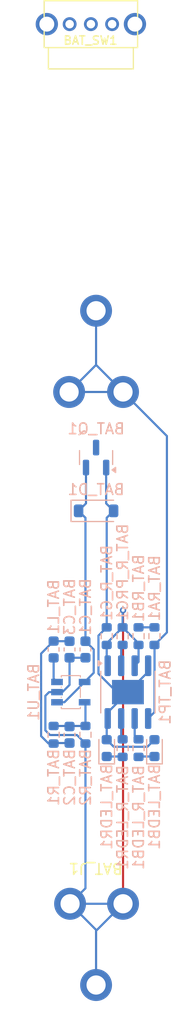
<source format=kicad_pcb>
(kicad_pcb (version 20241229) (generator "pcbnew") (generator_version "9.0")
  (layers (0 "F.Cu" signal) (2 "B.Cu" signal) (13 "F.Paste" user) (15 "B.Paste" user) (5 "F.SilkS" user "F.Silkscreen") (7 "B.SilkS" user "B.Silkscreen") (1 "F.Mask" user) (3 "B.Mask" user) (25 "Edge.Cuts" user))
  (net 0 "")
  (net 1 "VBAT")
  (net 2 "GND")
  (net 3 "VCC")
  (net 4 "VBUS")
  (net 5 "Net-(BAT_Q1-D)")
  (net 6 "ADC_BT")
  (net 7 "Net-(BAT_LEDB1-K)")
  (net 8 "Net-(BAT_LEDR1-K)")
  (net 9 "Net-(BAT_TP1-~{STDBY})")
  (net 10 "Net-(BAT_TP1-~{CHRG})")
  (net 11 "Net-(BAT_TP1-PROG)")
  (net 13 "VIN")
  (net 14 "Net-(BAT_U1-FB)")
  (net 15 "Net-(BAT_U1-LX)")
  (footprint "ErgoCai.pretty:SK12D07VG4" (layer "F.Cu") (at -0.49 -58.65)
    (property "Reference" "BAT_SW1" (at -0.04 1.53 0) (layer "F.SilkS") (effects (font (size 0.787402 0.787402))))
    (property "Value" "~")
    (fp_line (start -4.4 -2.2) (end 4.4 -2.2) (stroke (width 0.127)) (layer "F.SilkS"))
    (fp_line (start -4.4 2.2) (end -4.4 -2.2) (stroke (width 0.127)) (layer "F.SilkS"))
    (fp_line (start -4 2.2) (end -4.4 2.2) (stroke (width 0.127)) (layer "F.SilkS"))
    (fp_line (start -4 2.2) (end -4 4.2) (stroke (width 0.127)) (layer "F.SilkS"))
    (fp_line (start -4 4.2) (end 4 4.2) (stroke (width 0.127)) (layer "F.SilkS"))
    (fp_line (start 4 2.2) (end -4 2.2) (stroke (width 0.127)) (layer "F.SilkS"))
    (fp_line (start 4 4.2) (end 4 2.2) (stroke (width 0.127)) (layer "F.SilkS"))
    (fp_line (start 4.4 -2.2) (end 4.4 2.2) (stroke (width 0.127)) (layer "F.SilkS"))
    (fp_line (start 4.4 2.2) (end 4 2.2) (stroke (width 0.127)) (layer "F.SilkS"))
    (pad "1" thru_hole circle (at -2 0) (size 1.308 1.308) (drill 0.8) (layers "*.Cu" "*.Mask") (net 5 "Net-(BAT_Q1-D)"))
    (pad "2" thru_hole circle (at 2 0) (size 1.308 1.308) (drill 0.8) (layers "*.Cu" "*.Mask"))
    (pad "COM" thru_hole circle (at 0 0) (size 1.308 1.308) (drill 0.8) (layers "*.Cu" "*.Mask") (net 1 "VBAT"))
    (pad "M1" thru_hole circle (at -4.15 0) (size 2.1 2.1) (drill 1.4) (layers "*.Cu" "*.Mask"))
    (pad "M2" thru_hole circle (at 4.15 0) (size 2.1 2.1) (drill 1.4) (layers "*.Cu" "*.Mask"))
  )
  (footprint "ErgoCai.pretty:Battery_Holder_18650_Nickel" (layer "F.Cu") (at 0 -0.15)
    (property "Reference" "BAT_J1" (at -0.04 20.69 180) (layer "F.SilkS"))
    (property "Value" "BATT")
    (pad "1" thru_hole circle (at -2.54 -24) (size 3 3) (drill 1.8) (layers "*.Cu" "*.Mask") (net 1 "VBAT"))
    (pad "1" thru_hole circle (at 0 -31.62) (size 3 3) (drill 1.8) (layers "*.Cu" "*.Mask") (net 1 "VBAT"))
    (pad "1" thru_hole circle (at 2.54 -24) (size 3 3) (drill 1.8) (layers "*.Cu" "*.Mask") (net 1 "VBAT"))
    (pad "2" thru_hole circle (at -2.45 24) (size 3 3) (drill 1.8) (layers "*.Cu" "*.Mask") (net 2 "GND"))
    (pad "2" thru_hole circle (at 0 31.62) (size 3 3) (drill 1.8) (layers "*.Cu" "*.Mask") (net 2 "GND"))
    (pad "2" thru_hole circle (at 2.54 24) (size 3 3) (drill 1.8) (layers "*.Cu" "*.Mask") (net 2 "GND"))
  )
  (footprint "ErgoCai.pretty:SOT-23-5_L3.0-W1.7-P0.95-LS2.8-BR" (layer "B.Cu") (at -2.38 4 180)
    (property "Reference" "BAT_U1" (at 3.5 0 90) (layer "B.SilkS") (effects (justify mirror)))
    (property "Value" "SY8088AAC")
    (fp_line (start 0.9 1.55) (end 0.9 1.4) (stroke (width 0.1)) (layer "B.SilkS"))
    (fp_line (start 0.9 0.49) (end 0.9 0.45) (stroke (width 0.1)) (layer "B.SilkS"))
    (fp_line (start 0.9 -0.46) (end 0.9 -0.5) (stroke (width 0.1)) (layer "B.SilkS"))
    (fp_line (start 0.9 -1.41) (end 0.9 -1.55) (stroke (width 0.1)) (layer "B.SilkS"))
    (fp_line (start -0.9 1.55) (end 0.9 1.55) (stroke (width 0.1)) (layer "B.SilkS"))
    (fp_line (start -0.9 1.55) (end -0.9 1.4) (stroke (width 0.1)) (layer "B.SilkS"))
    (fp_line (start -0.9 0.49) (end -0.9 -0.5) (stroke (width 0.1)) (layer "B.SilkS"))
    (fp_line (start -0.9 -1.41) (end -0.9 -1.55) (stroke (width 0.1)) (layer "B.SilkS"))
    (fp_line (start -0.9 -1.55) (end 0.9 -1.55) (stroke (width 0.1)) (layer "B.SilkS"))
    (pad "1" smd rect (at 1.3 -0.95 180) (size 1.1 0.6) (layers "B.Cu" "B.Mask" "B.Paste") (net 13 "VIN"))
    (pad "2" smd rect (at 1.3 0 180) (size 1.1 0.6) (layers "B.Cu" "B.Mask" "B.Paste") (net 2 "GND"))
    (pad "3" smd rect (at 1.3 0.95 180) (size 1.1 0.6) (layers "B.Cu" "B.Mask" "B.Paste") (net 15 "Net-(BAT_U1-LX)"))
    (pad "4" smd rect (at -1.3 0.95 180) (size 1.1 0.6) (layers "B.Cu" "B.Mask" "B.Paste") (net 13 "VIN"))
    (pad "5" smd rect (at -1.3 -0.95 180) (size 1.1 0.6) (layers "B.Cu" "B.Mask" "B.Paste") (net 14 "Net-(BAT_U1-FB)"))
  )
  (footprint "ErgoCai.pretty:L_0603_1608Metric" (layer "B.Cu") (at -4 0 90)
    (property "Reference" "BAT_L1" (at 4 0 90) (layer "B.SilkS") (effects (justify mirror)))
    (property "Value" "2.2µH")
    (fp_line (start -0.162779 -0.51) (end 0.162779 -0.51) (stroke (width 0.12)) (layer "B.SilkS"))
    (fp_line (start -0.162779 0.51) (end 0.162779 0.51) (stroke (width 0.12)) (layer "B.SilkS"))
    (pad "1" smd roundrect (at -0.7875 0 90) (size 0.875 0.95) (layers "B.Cu" "B.Mask" "B.Paste") (net 15 "Net-(BAT_U1-LX)"))
    (pad "2" smd roundrect (at 0.7875 0 90) (size 0.875 0.95) (layers "B.Cu" "B.Mask" "B.Paste") (net 3 "VCC"))
  )
  (footprint "ErgoCai.pretty:R_0603_1608Metric" (layer "B.Cu") (at -1 8 -90)
    (property "Reference" "BAT_R2" (at 4 0 90) (layer "B.SilkS") (effects (justify mirror)))
    (property "Value" "100K")
    (fp_line (start -0.237258 0.5225) (end 0.237258 0.5225) (stroke (width 0.12)) (layer "B.SilkS"))
    (fp_line (start -0.237258 -0.5225) (end 0.237258 -0.5225) (stroke (width 0.12)) (layer "B.SilkS"))
    (pad "1" smd roundrect (at -0.825 0 270) (size 0.8 0.95) (layers "B.Cu" "B.Mask" "B.Paste") (net 14 "Net-(BAT_U1-FB)"))
    (pad "2" smd roundrect (at 0.825 0 270) (size 0.8 0.95) (layers "B.Cu" "B.Mask" "B.Paste") (net 2 "GND"))
  )
  (footprint "ErgoCai.pretty:R_0603_1608Metric" (layer "B.Cu") (at 1 -1.25 -90)
    (property "Reference" "BAT_R_G1" (at -5 0 90) (layer "B.SilkS") (effects (justify mirror)))
    (property "Value" "100k")
    (fp_line (start -0.237258 0.5225) (end 0.237258 0.5225) (stroke (width 0.12)) (layer "B.SilkS"))
    (fp_line (start -0.237258 -0.5225) (end 0.237258 -0.5225) (stroke (width 0.12)) (layer "B.SilkS"))
    (pad "1" smd roundrect (at -0.825 0 270) (size 0.8 0.95) (layers "B.Cu" "B.Mask" "B.Paste") (net 4 "VBUS"))
    (pad "2" smd roundrect (at 0.825 0 270) (size 0.8 0.95) (layers "B.Cu" "B.Mask" "B.Paste") (net 2 "GND"))
  )
  (footprint "ErgoCai.pretty:SOT-23" (layer "B.Cu") (at 0 -18 90)
    (property "Reference" "BAT_Q1" (at 2.7 0 0) (layer "B.SilkS") (effects (justify mirror)))
    (property "Value" "AO3401A")
    (fp_line (start 0 -1.56) (end 0.65 -1.56) (stroke (width 0.12)) (layer "B.SilkS"))
    (fp_line (start 0 -1.56) (end -0.65 -1.56) (stroke (width 0.12)) (layer "B.SilkS"))
    (fp_line (start 0 1.56) (end 0.65 1.56) (stroke (width 0.12)) (layer "B.SilkS"))
    (fp_line (start 0 1.56) (end -0.65 1.56) (stroke (width 0.12)) (layer "B.SilkS"))
    (fp_poly (pts (xy -1.1625 1.51) (xy -1.4025 1.84) (xy -0.9225 1.84) (xy -1.1625 1.51)) (stroke (width 0.12)) (fill yes) (layer "B.SilkS"))
    (pad "1" smd roundrect (at -0.9375 0.95 90) (size 1.475 0.6) (layers "B.Cu" "B.Mask" "B.Paste") (net 4 "VBUS"))
    (pad "2" smd roundrect (at -0.9375 -0.95 90) (size 1.475 0.6) (layers "B.Cu" "B.Mask" "B.Paste") (net 13 "VIN"))
    (pad "3" smd roundrect (at 0.9375 0 90) (size 1.475 0.6) (layers "B.Cu" "B.Mask" "B.Paste") (net 5 "Net-(BAT_Q1-D)"))
  )
  (footprint "ErgoCai.pretty:R_0603_1608Metric" (layer "B.Cu") (at 2.5 -1.25 90)
    (property "Reference" "BAT_R_PRG1" (at 6 0 90) (layer "B.SilkS") (effects (justify mirror)))
    (property "Value" "1.2K")
    (fp_line (start -0.237258 -0.5225) (end 0.237258 -0.5225) (stroke (width 0.12)) (layer "B.SilkS"))
    (fp_line (start -0.237258 0.5225) (end 0.237258 0.5225) (stroke (width 0.12)) (layer "B.SilkS"))
    (pad "1" smd roundrect (at -0.825 0 90) (size 0.8 0.95) (layers "B.Cu" "B.Mask" "B.Paste") (net 11 "Net-(BAT_TP1-PROG)"))
    (pad "2" smd roundrect (at 0.825 0 90) (size 0.8 0.95) (layers "B.Cu" "B.Mask" "B.Paste") (net 2 "GND"))
  )
  (footprint "ErgoCai.pretty:R_0603_1608Metric" (layer "B.Cu") (at 4 9.25 90)
    (property "Reference" "BAT_R_LEDB1" (at -6.5 0 90) (layer "B.SilkS") (effects (justify mirror)))
    (property "Value" "1K")
    (fp_line (start -0.237258 -0.5225) (end 0.237258 -0.5225) (stroke (width 0.12)) (layer "B.SilkS"))
    (fp_line (start -0.237258 0.5225) (end 0.237258 0.5225) (stroke (width 0.12)) (layer "B.SilkS"))
    (pad "1" smd roundrect (at -0.825 0 90) (size 0.8 0.95) (layers "B.Cu" "B.Mask" "B.Paste") (net 7 "Net-(BAT_LEDB1-K)"))
    (pad "2" smd roundrect (at 0.825 0 90) (size 0.8 0.95) (layers "B.Cu" "B.Mask" "B.Paste") (net 9 "Net-(BAT_TP1-~{STDBY})"))
  )
  (footprint "ErgoCai.pretty:C_0603_1608Metric" (layer "B.Cu") (at -2.5 8 90)
    (property "Reference" "BAT_C2" (at -4 0 90) (layer "B.SilkS") (effects (justify mirror)))
    (property "Value" "10uF")
    (fp_line (start -0.14058 -0.51) (end 0.14058 -0.51) (stroke (width 0.12)) (layer "B.SilkS"))
    (fp_line (start -0.14058 0.51) (end 0.14058 0.51) (stroke (width 0.12)) (layer "B.SilkS"))
    (pad "1" smd roundrect (at -0.775 0 90) (size 0.9 0.95) (layers "B.Cu" "B.Mask" "B.Paste") (net 3 "VCC"))
    (pad "2" smd roundrect (at 0.775 0 90) (size 0.9 0.95) (layers "B.Cu" "B.Mask" "B.Paste") (net 14 "Net-(BAT_U1-FB)"))
  )
  (footprint "ErgoCai.pretty:R_0603_1608Metric" (layer "B.Cu") (at 5.5 -1.25 90)
    (property "Reference" "BAT_RA1" (at 4.5 0 90) (layer "B.SilkS") (effects (justify mirror)))
    (property "Value" "810K")
    (fp_line (start -0.237258 -0.5225) (end 0.237258 -0.5225) (stroke (width 0.12)) (layer "B.SilkS"))
    (fp_line (start -0.237258 0.5225) (end 0.237258 0.5225) (stroke (width 0.12)) (layer "B.SilkS"))
    (pad "1" smd roundrect (at -0.825 0 90) (size 0.8 0.95) (layers "B.Cu" "B.Mask" "B.Paste") (net 1 "VBAT"))
    (pad "2" smd roundrect (at 0.825 0 90) (size 0.8 0.95) (layers "B.Cu" "B.Mask" "B.Paste") (net 6 "ADC_BT"))
  )
  (footprint "ErgoCai.pretty:D_SOD-123" (layer "B.Cu") (at 0 -13)
    (property "Reference" "BAT_D1" (at 0 -2 0) (layer "B.SilkS") (effects (justify mirror)))
    (property "Value" "1N5819")
    (fp_line (start -2.36 -1) (end 1.65 -1) (stroke (width 0.12)) (layer "B.SilkS"))
    (fp_line (start -2.36 1) (end -2.36 -1) (stroke (width 0.12)) (layer "B.SilkS"))
    (fp_line (start -2.36 1) (end 1.65 1) (stroke (width 0.12)) (layer "B.SilkS"))
    (pad "1" smd roundrect (at -1.65 0) (size 0.9 1.2) (layers "B.Cu" "B.Mask" "B.Paste") (net 13 "VIN"))
    (pad "2" smd roundrect (at 1.65 0) (size 0.9 1.2) (layers "B.Cu" "B.Mask" "B.Paste") (net 4 "VBUS"))
  )
  (footprint "ErgoCai.pretty:R_0603_1608Metric" (layer "B.Cu") (at 2.5 9.25 90)
    (property "Reference" "BAT_R_LEDR1" (at -6.5 0 90) (layer "B.SilkS") (effects (justify mirror)))
    (property "Value" "1K" (hide yes))
    (fp_line (start -0.237258 -0.5225) (end 0.237258 -0.5225) (stroke (width 0.12)) (layer "B.SilkS"))
    (fp_line (start -0.237258 0.5225) (end 0.237258 0.5225) (stroke (width 0.12)) (layer "B.SilkS"))
    (pad "1" smd roundrect (at -0.825 0 90) (size 0.8 0.95) (layers "B.Cu" "B.Mask" "B.Paste") (net 8 "Net-(BAT_LEDR1-K)"))
    (pad "2" smd roundrect (at 0.825 0 90) (size 0.8 0.95) (layers "B.Cu" "B.Mask" "B.Paste") (net 10 "Net-(BAT_TP1-~{CHRG})"))
  )
  (footprint "ErgoCai.pretty:R_0603_1608Metric" (layer "B.Cu") (at -4 8 90)
    (property "Reference" "BAT_R1" (at -4 0 90) (layer "B.SilkS") (effects (justify mirror)))
    (property "Value" "450K")
    (fp_line (start -0.237258 -0.5225) (end 0.237258 -0.5225) (stroke (width 0.12)) (layer "B.SilkS"))
    (fp_line (start -0.237258 0.5225) (end 0.237258 0.5225) (stroke (width 0.12)) (layer "B.SilkS"))
    (pad "1" smd roundrect (at -0.825 0 90) (size 0.8 0.95) (layers "B.Cu" "B.Mask" "B.Paste") (net 3 "VCC"))
    (pad "2" smd roundrect (at 0.825 0 90) (size 0.8 0.95) (layers "B.Cu" "B.Mask" "B.Paste") (net 14 "Net-(BAT_U1-FB)"))
  )
  (footprint "ErgoCai.pretty:LED_0603_1608Metric" (layer "B.Cu") (at 5.5 9.25 90)
    (property "Reference" "BAT_LEDB1" (at -5.5 0 90) (layer "B.SilkS") (effects (justify mirror)))
    (property "Value" "BLUE" (hide yes))
    (fp_line (start -1.485 -0.735) (end 0.8 -0.735) (stroke (width 0.12)) (layer "B.SilkS"))
    (fp_line (start 0.8 0.735) (end -1.485 0.735) (stroke (width 0.12)) (layer "B.SilkS"))
    (fp_line (start -1.485 0.735) (end -1.485 -0.735) (stroke (width 0.12)) (layer "B.SilkS"))
    (pad "1" smd roundrect (at -0.7875 0 90) (size 0.875 0.95) (layers "B.Cu" "B.Mask" "B.Paste") (net 7 "Net-(BAT_LEDB1-K)"))
    (pad "2" smd roundrect (at 0.7875 0 90) (size 0.875 0.95) (layers "B.Cu" "B.Mask" "B.Paste") (net 4 "VBUS"))
  )
  (footprint "ErgoCai.pretty:C_0603_1608Metric" (layer "B.Cu") (at -2.5 0 -90)
    (property "Reference" "BAT_C3" (at -4 0 90) (layer "B.SilkS") (effects (justify mirror)))
    (property "Value" "22uF")
    (fp_line (start -0.14058 0.51) (end 0.14058 0.51) (stroke (width 0.12)) (layer "B.SilkS"))
    (fp_line (start -0.14058 -0.51) (end 0.14058 -0.51) (stroke (width 0.12)) (layer "B.SilkS"))
    (pad "1" smd roundrect (at -0.775 0 270) (size 0.9 0.95) (layers "B.Cu" "B.Mask" "B.Paste") (net 3 "VCC"))
    (pad "2" smd roundrect (at 0.775 0 270) (size 0.9 0.95) (layers "B.Cu" "B.Mask" "B.Paste") (net 2 "GND"))
  )
  (footprint "ErgoCai.pretty:SOIC-8-1EP_3.9x4.9mm_P1.27mm_EP2.29x3mm" (layer "B.Cu") (at 3 4 -90)
    (property "Reference" "BAT_TP1" (at 0 -3.5 90) (layer "B.SilkS") (effects (justify mirror)))
    (property "Value" "TP4056")
    (fp_line (start 0 2.56) (end -1.95 2.56) (stroke (width 0.12)) (layer "B.SilkS"))
    (fp_line (start 0 2.56) (end 1.95 2.56) (stroke (width 0.12)) (layer "B.SilkS"))
    (fp_line (start 0 -2.56) (end -1.95 -2.56) (stroke (width 0.12)) (layer "B.SilkS"))
    (fp_line (start 0 -2.56) (end 1.95 -2.56) (stroke (width 0.12)) (layer "B.SilkS"))
    (fp_poly (pts (xy -2.7 2.465) (xy -2.94 2.795) (xy -2.46 2.795) (xy -2.7 2.465)) (stroke (width 0.12)) (fill yes) (layer "B.SilkS"))
    (pad "1" smd roundrect (at -2.475 1.905 270) (size 1.95 0.6) (layers "B.Cu" "B.Mask" "B.Paste") (net 2 "GND"))
    (pad "2" smd roundrect (at -2.475 0.635 270) (size 1.95 0.6) (layers "B.Cu" "B.Mask" "B.Paste") (net 11 "Net-(BAT_TP1-PROG)"))
    (pad "3" smd roundrect (at -2.475 -0.635 270) (size 1.95 0.6) (layers "B.Cu" "B.Mask" "B.Paste") (net 2 "GND"))
    (pad "4" smd roundrect (at -2.475 -1.905 270) (size 1.95 0.6) (layers "B.Cu" "B.Mask" "B.Paste") (net 4 "VBUS"))
    (pad "5" smd roundrect (at 2.475 -1.905 270) (size 1.95 0.6) (layers "B.Cu" "B.Mask" "B.Paste") (net 1 "VBAT"))
    (pad "6" smd roundrect (at 2.475 -0.635 270) (size 1.95 0.6) (layers "B.Cu" "B.Mask" "B.Paste") (net 9 "Net-(BAT_TP1-~{STDBY})"))
    (pad "7" smd roundrect (at 2.475 0.635 270) (size 1.95 0.6) (layers "B.Cu" "B.Mask" "B.Paste") (net 10 "Net-(BAT_TP1-~{CHRG})"))
    (pad "8" smd roundrect (at 2.475 1.905 270) (size 1.95 0.6) (layers "B.Cu" "B.Mask" "B.Paste") (net 4 "VBUS"))
    (pad "9" smd rect (at 0 0 270) (size 2.29 3) (property pad_prop_heatsink) (layers "B.Cu" "B.Mask") (net 4 "VBUS"))
  )
  (footprint "ErgoCai.pretty:R_0603_1608Metric" (layer "B.Cu") (at 4 -1.25 -90)
    (property "Reference" "BAT_RB1" (at -4.5 0 90) (layer "B.SilkS") (effects (justify mirror)))
    (property "Value" "2M" (hide yes))
    (fp_line (start -0.237258 0.5225) (end 0.237258 0.5225) (stroke (width 0.12)) (layer "B.SilkS"))
    (fp_line (start -0.237258 -0.5225) (end 0.237258 -0.5225) (stroke (width 0.12)) (layer "B.SilkS"))
    (pad "1" smd roundrect (at -0.825 0 270) (size 0.8 0.95) (layers "B.Cu" "B.Mask" "B.Paste") (net 6 "ADC_BT"))
    (pad "2" smd roundrect (at 0.825 0 270) (size 0.8 0.95) (layers "B.Cu" "B.Mask" "B.Paste") (net 2 "GND"))
  )
  (footprint "ErgoCai.pretty:C_0603_1608Metric" (layer "B.Cu") (at -1 0 -90)
    (property "Reference" "BAT_C1" (at -4 0 90) (layer "B.SilkS") (effects (justify mirror)))
    (property "Value" "22uF")
    (fp_line (start -0.14058 0.51) (end 0.14058 0.51) (stroke (width 0.12)) (layer "B.SilkS"))
    (fp_line (start -0.14058 -0.51) (end 0.14058 -0.51) (stroke (width 0.12)) (layer "B.SilkS"))
    (pad "1" smd roundrect (at -0.775 0 270) (size 0.9 0.95) (layers "B.Cu" "B.Mask" "B.Paste") (net 13 "VIN"))
    (pad "2" smd roundrect (at 0.775 0 270) (size 0.9 0.95) (layers "B.Cu" "B.Mask" "B.Paste") (net 2 "GND"))
  )
  (footprint "ErgoCai.pretty:LED_0603_1608Metric" (layer "B.Cu") (at 1 9.25 90)
    (property "Reference" "BAT_LEDR1" (at -5.5 0 90) (layer "B.SilkS") (effects (justify mirror)))
    (property "Value" "RED" (hide yes))
    (fp_line (start -1.485 -0.735) (end 0.8 -0.735) (stroke (width 0.12)) (layer "B.SilkS"))
    (fp_line (start 0.8 0.735) (end -1.485 0.735) (stroke (width 0.12)) (layer "B.SilkS"))
    (fp_line (start -1.485 0.735) (end -1.485 -0.735) (stroke (width 0.12)) (layer "B.SilkS"))
    (pad "1" smd roundrect (at -0.7875 0 90) (size 0.875 0.95) (layers "B.Cu" "B.Mask" "B.Paste") (net 8 "Net-(BAT_LEDR1-K)"))
    (pad "2" smd roundrect (at 0.7875 0 90) (size 0.875 0.95) (layers "B.Cu" "B.Mask" "B.Paste") (net 4 "VBUS"))
  )
  (segment (start -2.54 -24.15) (end 2.54 -24.15) (width 0.2) (layer "B.Cu") (net 1))
  (segment (start 6.67 -20.02) (end 2.54 -24.15) (width 0.2) (layer "B.Cu") (net 1))
  (segment (start 5.5 -0.425) (end 6.67 -1.595) (width 0.2) (layer "B.Cu") (net 1))
  (segment (start 0 -26.69) (end -2.54 -24.15) (width 0.2) (layer "B.Cu") (net 1))
  (segment (start 0 -26.69) (end 2.54 -24.15) (width 0.2) (layer "B.Cu") (net 1))
  (segment (start 6.67 -1.595) (end 6.67 -20.02) (width 0.2) (layer "B.Cu") (net 1))
  (segment (start 5.5 -0.425) (end 5.506 -0.419) (width 0.2) (layer "B.Cu") (net 1))
  (segment (start 0 -31.77) (end 0 -26.69) (width 0.2) (layer "B.Cu") (net 1))
  (segment (start 5.506 5.874) (end 4.905 6.475) (width 0.2) (layer "B.Cu") (net 1))
  (segment (start 5.506 -0.419) (end 5.506 5.874) (width 0.2) (layer "B.Cu") (net 1))
  (segment (start 2.54 23.85) (end 2.54 -3.68) (width 0.2) (layer "F.Cu") (net 2))
  (via (at 2.54 -3.68) (size 0.6) (drill 0.3) (layers "F.Cu" "B.Cu") (net 2))
  (segment (start -1 22.4) (end -2.45 23.85) (width 0.2) (layer "B.Cu") (net 2))
  (segment (start 2.5 -2.075) (end 1 -0.575) (width 0.2) (layer "B.Cu") (net 2))
  (segment (start 4 -0.425) (end 4 1.16) (width 0.2) (layer "B.Cu") (net 2))
  (segment (start -4.776 7.588064) (end -4.776 4.346) (width 0.2) (layer "B.Cu") (net 2))
  (segment (start -2.5 0.775) (end -1 0.775) (width 0.2) (layer "B.Cu") (net 2))
  (segment (start -4.43 4) (end -3.68 4) (width 0.2) (layer "B.Cu") (net 2))
  (segment (start -2.45 23.85) (end 0 26.3) (width 0.2) (layer "B.Cu") (net 2))
  (segment (start 0 26.39) (end 0 31.47) (width 0.2) (layer "B.Cu") (net 2))
  (segment (start -3.178 4) (end -2.5 3.322) (width 0.2) (layer "B.Cu") (net 2))
  (segment (start -1.801 8.024) (end -4.340064 8.024) (width 0.2) (layer "B.Cu") (net 2))
  (segment (start 2.5 -3.64) (end 2.54 -3.68) (width 0.2) (layer "B.Cu") (net 2))
  (segment (start -1 8.825) (end -1.801 8.024) (width 0.2) (layer "B.Cu") (net 2))
  (segment (start -2.45 23.85) (end 2.54 23.85) (width 0.2) (layer "B.Cu") (net 2))
  (segment (start -2.5 3.322) (end -2.5 0.775) (width 0.2) (layer "B.Cu") (net 2))
  (segment (start 1 1.43) (end 1.095 1.525) (width 0.2) (layer "B.Cu") (net 2))
  (segment (start -4.340064 8.024) (end -4.776 7.588064) (width 0.2) (layer "B.Cu") (net 2))
  (segment (start 1 -0.575) (end 1 -0.425) (width 0.2) (layer "B.Cu") (net 2))
  (segment (start 4 1.16) (end 3.635 1.525) (width 0.2) (layer "B.Cu") (net 2))
  (segment (start -1 8.825) (end -1 22.4) (width 0.2) (layer "B.Cu") (net 2))
  (segment (start -3.68 4) (end -3.178 4) (width 0.2) (layer "B.Cu") (net 2))
  (segment (start -4.776 4.346) (end -4.43 4) (width 0.2) (layer "B.Cu") (net 2))
  (segment (start 1 -0.425) (end 1 1.43) (width 0.2) (layer "B.Cu") (net 2))
  (segment (start 0 26.3) (end 0 31.47) (width 0.2) (layer "B.Cu") (net 2))
  (segment (start 4 -0.575) (end 2.5 -2.075) (width 0.2) (layer "B.Cu") (net 2))
  (segment (start 2.54 23.85) (end 0 26.39) (width 0.2) (layer "B.Cu") (net 2))
  (segment (start 4 -0.425) (end 4 -0.575) (width 0.2) (layer "B.Cu") (net 2))
  (segment (start 2.5 -2.075) (end 2.5 -3.64) (width 0.2) (layer "B.Cu") (net 2))
  (segment (start -4.475 8.825) (end -4 8.825) (width 0.2) (layer "B.Cu") (net 3))
  (segment (start -4 -0.7875) (end -5.177 0.3895) (width 0.2) (layer "B.Cu") (net 3))
  (segment (start -2.5 8.775) (end -3.95 8.775) (width 0.2) (layer "B.Cu") (net 3))
  (segment (start -3.9875 -0.775) (end -4 -0.7875) (width 0.2) (layer "B.Cu") (net 3))
  (segment (start -5.177 8.123) (end -4.475 8.825) (width 0.2) (layer "B.Cu") (net 3))
  (segment (start -2.5 -0.775) (end -3.9875 -0.775) (width 0.2) (layer "B.Cu") (net 3))
  (segment (start -5.177 0.3895) (end -5.177 8.123) (width 0.2) (layer "B.Cu") (net 3))
  (segment (start -3.95 8.775) (end -4 8.825) (width 0.2) (layer "B.Cu") (net 3))
  (segment (start 1.095 6.475) (end 1.095 5.905) (width 0.2) (layer "B.Cu") (net 4))
  (segment (start 1.953032 4) (end 3 4) (width 0.2) (layer "B.Cu") (net 4))
  (segment (start 1 -12.35) (end 1.65 -13) (width 0.2) (layer "B.Cu") (net 4))
  (segment (start 0.95 -17.0625) (end 0.95 -13.7) (width 0.2) (layer "B.Cu") (net 4))
  (segment (start 1 8.4625) (end 1 6.57) (width 0.2) (layer "B.Cu") (net 4))
  (segment (start 4.905 1.525) (end 4.905 2.095) (width 0.2) (layer "B.Cu") (net 4))
  (segment (start 1 -2.075) (end 0.224 -1.299) (width 0.2) (layer "B.Cu") (net 4))
  (segment (start 1.095 5.905) (end 3 4) (width 0.2) (layer "B.Cu") (net 4))
  (segment (start 4.8365 9.126) (end 5.5 8.4625) (width 0.2) (layer "B.Cu") (net 4))
  (segment (start 1 6.57) (end 1.095 6.475) (width 0.2) (layer "B.Cu") (net 4))
  (segment (start 1.6635 9.126) (end 4.8365 9.126) (width 0.2) (layer "B.Cu") (net 4))
  (segment (start 1 8.4625) (end 1.6635 9.126) (width 0.2) (layer "B.Cu") (net 4))
  (segment (start 4.905 2.095) (end 3 4) (width 0.2) (layer "B.Cu") (net 4))
  (segment (start 1 -2.075) (end 1 -12.35) (width 0.2) (layer "B.Cu") (net 4))
  (segment (start 0.224 2.270968) (end 1.953032 4) (width 0.2) (layer "B.Cu") (net 4))
  (segment (start 0.224 -1.299) (end 0.224 2.270968) (width 0.2) (layer "B.Cu") (net 4))
  (segment (start 0.95 -13.7) (end 1.65 -13) (width 0.2) (layer "B.Cu") (net 4))
  (segment (start 4 -2.075) (end 5.5 -2.075) (width 0.2) (layer "B.Cu") (net 6))
  (segment (start 5.5 10.0375) (end 4.0375 10.0375) (width 0.2) (layer "B.Cu") (net 7))
  (segment (start 4.0375 10.0375) (end 4 10.075) (width 0.2) (layer "B.Cu") (net 7))
  (segment (start 1 10.0375) (end 2.4625 10.0375) (width 0.2) (layer "B.Cu") (net 8))
  (segment (start 2.4625 10.0375) (end 2.5 10.075) (width 0.2) (layer "B.Cu") (net 8))
  (segment (start 3.635 6.475) (end 3.635 8.06) (width 0.2) (layer "B.Cu") (net 9))
  (segment (start 3.635 8.06) (end 4 8.425) (width 0.2) (layer "B.Cu") (net 9))
  (segment (start 2.365 6.475) (end 2.365 8.29) (width 0.2) (layer "B.Cu") (net 10))
  (segment (start 2.365 8.29) (end 2.5 8.425) (width 0.2) (layer "B.Cu") (net 10))
  (segment (start 2.365 1.525) (end 2.365 -0.29) (width 0.2) (layer "B.Cu") (net 11))
  (segment (start 2.365 -0.29) (end 2.5 -0.425) (width 0.2) (layer "B.Cu") (net 11))
  (segment (start -0.224 0.001) (end -0.224 2.194) (width 0.2) (layer "B.Cu") (net 13))
  (segment (start -1 -12.35) (end -1.65 -13) (width 0.2) (layer "B.Cu") (net 13))
  (segment (start -0.224 2.194) (end -1.08 3.05) (width 0.2) (layer "B.Cu") (net 13))
  (segment (start -0.95 -17.0625) (end -0.95 -13.7) (width 0.2) (layer "B.Cu") (net 13))
  (segment (start -1.08 3.05) (end -2.98 4.95) (width 0.2) (layer "B.Cu") (net 13))
  (segment (start -1 -0.775) (end -0.224 0.001) (width 0.2) (layer "B.Cu") (net 13))
  (segment (start -0.95 -13.7) (end -1.65 -13) (width 0.2) (layer "B.Cu") (net 13))
  (segment (start -2.98 4.95) (end -3.68 4.95) (width 0.2) (layer "B.Cu") (net 13))
  (segment (start -1 -0.775) (end -1 -12.35) (width 0.2) (layer "B.Cu") (net 13))
  (segment (start -1 7.175) (end -1 5.03) (width 0.2) (layer "B.Cu") (net 14))
  (segment (start -2.45 7.175) (end -2.5 7.225) (width 0.2) (layer "B.Cu") (net 14))
  (segment (start -2.55 7.175) (end -2.5 7.225) (width 0.2) (layer "B.Cu") (net 14))
  (segment (start -4 7.175) (end -2.55 7.175) (width 0.2) (layer "B.Cu") (net 14))
  (segment (start -1 5.03) (end -1.08 4.95) (width 0.2) (layer "B.Cu") (net 14))
  (segment (start -1 7.175) (end -2.45 7.175) (width 0.2) (layer "B.Cu") (net 14))
  (segment (start -4 0.7875) (end -4 2.73) (width 0.2) (layer "B.Cu") (net 15))
  (segment (start -4 2.73) (end -3.68 3.05) (width 0.2) (layer "B.Cu") (net 15))
)
</source>
